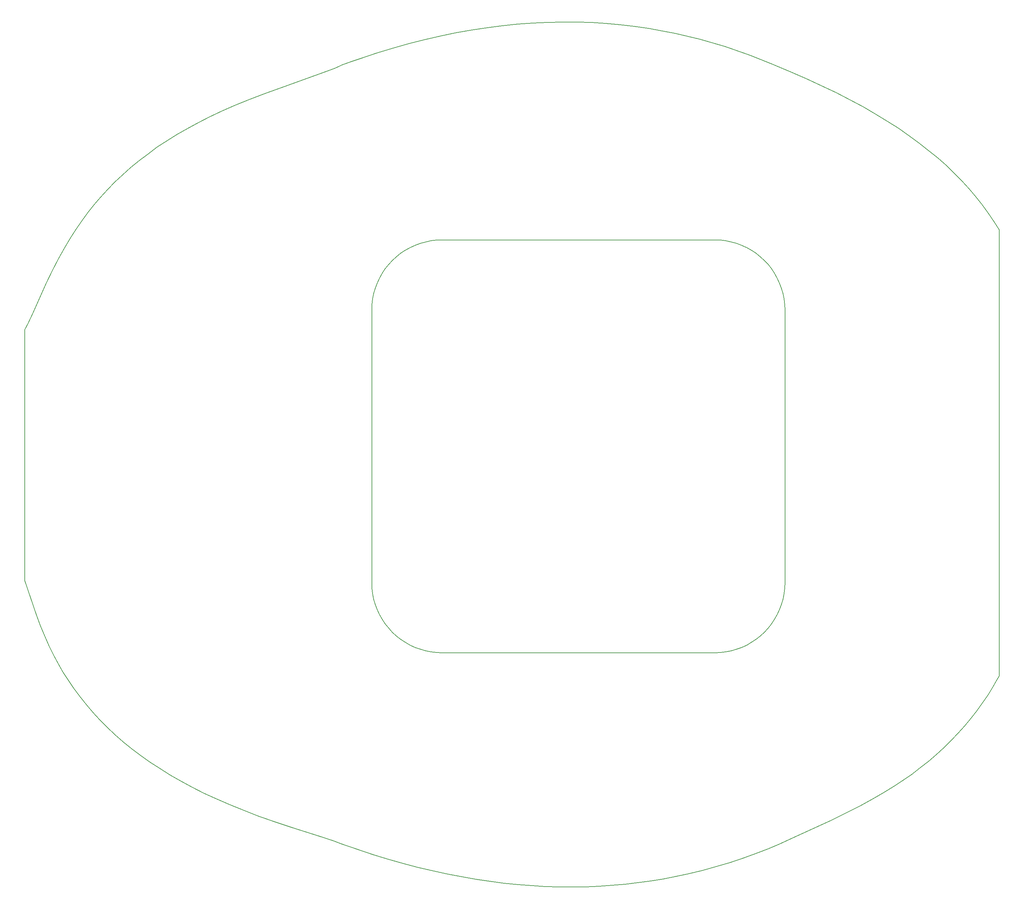
<source format=gko>
G04*
G04 #@! TF.GenerationSoftware,Altium Limited,Altium Designer,22.7.1 (60)*
G04*
G04 Layer_Color=16711935*
%FSLAX43Y43*%
%MOMM*%
G71*
G04*
G04 #@! TF.SameCoordinates,26706279-76B3-4EFB-AC1E-C542CE9A8173*
G04*
G04*
G04 #@! TF.FilePolarity,Positive*
G04*
G01*
G75*
%ADD10C,0.200*%
D10*
X538159Y597847D02*
X539500Y595686D01*
X536761Y599918D02*
X538159Y597847D01*
X535223Y602025D02*
X536761Y599918D01*
X533581Y604104D02*
X535223Y602025D01*
X531834Y606157D02*
X533581Y604104D01*
X529978Y608188D02*
X531834Y606157D01*
X528013Y610191D02*
X529978Y608188D01*
X525939Y612165D02*
X528013Y610191D01*
X523741Y614120D02*
X525939Y612165D01*
X521417Y616057D02*
X523741Y614120D01*
X518975Y617965D02*
X521417Y616057D01*
X516393Y619858D02*
X518975Y617965D01*
X513672Y621732D02*
X516393Y619858D01*
X510809Y623584D02*
X513672Y621732D01*
X507779Y625430D02*
X510809Y623584D01*
X504596Y627254D02*
X507779Y625430D01*
X501224Y629077D02*
X504596Y627254D01*
X497672Y630888D02*
X501224Y629077D01*
X493899Y632706D02*
X497672Y630888D01*
X489885Y634537D02*
X493899Y632706D01*
X485602Y636396D02*
X489885Y634537D01*
X481761Y638000D02*
X485602Y636396D01*
X478616Y639312D02*
X481761Y638000D01*
X475455Y640542D02*
X478616Y639312D01*
X472294Y641684D02*
X475455Y640542D01*
X469123Y642741D02*
X472294Y641684D01*
X465942Y643715D02*
X469123Y642741D01*
X462751Y644607D02*
X465942Y643715D01*
X459547Y645416D02*
X462751Y644607D01*
X456330Y646144D02*
X459547Y645416D01*
X453100Y646790D02*
X456330Y646144D01*
X449493Y647414D02*
X453100Y646790D01*
X445867Y647937D02*
X449493Y647414D01*
X442219Y648362D02*
X445867Y647937D01*
X438549Y648686D02*
X442219Y648362D01*
X434855Y648910D02*
X438549Y648686D01*
X431135Y649034D02*
X434855Y648910D01*
X427389Y649058D02*
X431135Y649034D01*
X423613Y648979D02*
X427389Y649058D01*
X419808Y648798D02*
X423613Y648979D01*
X415972Y648514D02*
X419808Y648798D01*
X412102Y648126D02*
X415972Y648514D01*
X408197Y647631D02*
X412102Y648126D01*
X404257Y647029D02*
X408197Y647631D01*
X400279Y646319D02*
X404257Y647029D01*
X396261Y645498D02*
X400279Y646319D01*
X392203Y644565D02*
X396261Y645498D01*
X388102Y643517D02*
X392203Y644565D01*
X383958Y642354D02*
X388102Y643517D01*
X379768Y641071D02*
X383958Y642354D01*
X375532Y639668D02*
X379768Y641071D01*
X373202Y638851D02*
X375532Y639668D01*
X370865Y638000D02*
X373202Y638851D01*
X370342Y637746D02*
X370865Y638000D01*
X369087Y637202D02*
X370342Y637746D01*
X366541Y636209D02*
X369087Y637202D01*
X355493Y632296D02*
X366541Y636209D01*
X351007Y630663D02*
X355493Y632296D01*
X347098Y629158D02*
X351007Y630663D01*
X343505Y627684D02*
X347098Y629158D01*
X340178Y626226D02*
X343505Y627684D01*
X337020Y624742D02*
X340178Y626226D01*
X334056Y623249D02*
X337020Y624742D01*
X331232Y621723D02*
X334056Y623249D01*
X328524Y620151D02*
X331232Y621723D01*
X325951Y618551D02*
X328524Y620151D01*
X323488Y616906D02*
X325951Y618551D01*
X321118Y615208D02*
X323488Y616906D01*
X318853Y613467D02*
X321118Y615208D01*
X316685Y611680D02*
X318853Y613467D01*
X314604Y609838D02*
X316685Y611680D01*
X312611Y607944D02*
X314604Y609838D01*
X310723Y606015D02*
X312611Y607944D01*
X308895Y604007D02*
X310723Y606015D01*
X307277Y602097D02*
X308895Y604007D01*
X305691Y600090D02*
X307277Y602097D01*
X304140Y597984D02*
X305691Y600090D01*
X302621Y595772D02*
X304140Y597984D01*
X301124Y593433D02*
X302621Y595772D01*
X299626Y590918D02*
X301124Y593433D01*
X298135Y588232D02*
X299626Y590918D01*
X296596Y585254D02*
X298135Y588232D01*
X295030Y582010D02*
X296596Y585254D01*
X291580Y574359D02*
X295030Y582010D01*
X290342Y571670D02*
X291580Y574359D01*
X289500Y570000D02*
X290342Y571670D01*
X289500Y505621D02*
Y570000D01*
Y505621D02*
X292431Y496888D01*
X293495Y494056D01*
X294621Y491316D01*
X295759Y488788D01*
X296937Y486391D01*
X298125Y484176D01*
X299348Y482080D01*
X300660Y479998D01*
X302004Y478020D01*
X303525Y475952D01*
X305154Y473902D01*
X306898Y471867D01*
X308728Y469883D01*
X310641Y467955D01*
X312644Y466076D01*
X314743Y464241D01*
X316950Y462443D01*
X319255Y460690D01*
X321657Y458987D01*
X324172Y457323D01*
X326806Y455697D01*
X329560Y454111D01*
X332473Y452545D01*
X335506Y451024D01*
X338662Y449550D01*
X341983Y448104D01*
X345549Y446654D01*
X349392Y445192D01*
X353499Y443728D01*
X358038Y442202D01*
X365040Y439954D01*
X368664Y438775D01*
X370865Y438000D01*
X374856Y436597D01*
X378826Y435289D01*
X382728Y434090D01*
X386588Y432990D01*
X390406Y431987D01*
X394184Y431079D01*
X397922Y430266D01*
X401623Y429544D01*
X405286Y428914D01*
X408914Y428373D01*
X412508Y427920D01*
X416068Y427554D01*
X419596Y427274D01*
X423093Y427079D01*
X426560Y426968D01*
X429998Y426940D01*
X433409Y426994D01*
X436793Y427130D01*
X440152Y427348D01*
X443486Y427646D01*
X446798Y428025D01*
X450087Y428484D01*
X453356Y429023D01*
X456605Y429642D01*
X459834Y430342D01*
X463402Y431213D01*
X466949Y432184D01*
X470476Y433255D01*
X473986Y434427D01*
X477478Y435700D01*
X480320Y436817D01*
X483147Y438000D01*
X486558Y439608D01*
X496378Y444099D01*
X500310Y445990D01*
X503837Y447786D01*
X506943Y449468D01*
X509753Y451092D01*
X512366Y452702D01*
X514819Y454315D01*
X517128Y455936D01*
X519321Y457581D01*
X521400Y459246D01*
X523374Y460937D01*
X525261Y462665D01*
X527237Y464604D01*
X528962Y466420D01*
X530630Y468295D01*
X532233Y470222D01*
X533759Y472185D01*
X535215Y474196D01*
X536598Y476249D01*
X537889Y478316D01*
X538706Y479714D01*
X539500Y481153D01*
Y595686D01*
X484532Y505083D02*
Y575083D01*
X484476Y503671D02*
X484532Y505083D01*
X484310Y502267D02*
X484476Y503671D01*
X484034Y500881D02*
X484310Y502267D01*
X483651Y499521D02*
X484034Y500881D01*
X483161Y498195D02*
X483651Y499521D01*
X482570Y496911D02*
X483161Y498195D01*
X481879Y495678D02*
X482570Y496911D01*
X481094Y494503D02*
X481879Y495678D01*
X480219Y493393D02*
X481094Y494503D01*
X479259Y492355D02*
X480219Y493393D01*
X478222Y491396D02*
X479259Y492355D01*
X477112Y490521D02*
X478222Y491396D01*
X475937Y489736D02*
X477112Y490521D01*
X474703Y489045D02*
X475937Y489736D01*
X473420Y488453D02*
X474703Y489045D01*
X472094Y487964D02*
X473420Y488453D01*
X470734Y487581D02*
X472094Y487964D01*
X469347Y487305D02*
X470734Y487581D01*
X467944Y487139D02*
X469347Y487305D01*
X466532Y487083D02*
X467944Y487139D01*
X396532Y487083D02*
X466532D01*
X395119Y487139D02*
X396532Y487083D01*
X393716Y487305D02*
X395119Y487139D01*
X392330Y487581D02*
X393716Y487305D01*
X390969Y487964D02*
X392330Y487581D01*
X389643Y488453D02*
X390969Y487964D01*
X388360Y489045D02*
X389643Y488453D01*
X387127Y489736D02*
X388360Y489045D01*
X385951Y490521D02*
X387127Y489736D01*
X384841Y491396D02*
X385951Y490521D01*
X383804Y492355D02*
X384841Y491396D01*
X382844Y493393D02*
X383804Y492355D01*
X381969Y494503D02*
X382844Y493393D01*
X381184Y495678D02*
X381969Y494503D01*
X380493Y496911D02*
X381184Y495678D01*
X379902Y498195D02*
X380493Y496911D01*
X379413Y499521D02*
X379902Y498195D01*
X379029Y500881D02*
X379413Y499521D01*
X378753Y502267D02*
X379029Y500881D01*
X378587Y503671D02*
X378753Y502267D01*
X378532Y505083D02*
X378587Y503671D01*
X378532Y505083D02*
Y575083D01*
X378587Y576495D01*
X378753Y577899D01*
X379029Y579285D01*
X379413Y580645D01*
X379902Y581971D01*
X380493Y583255D01*
X381184Y584488D01*
X381969Y585663D01*
X382844Y586773D01*
X383804Y587811D01*
X384841Y588770D01*
X385951Y589646D01*
X387127Y590431D01*
X388360Y591121D01*
X389643Y591713D01*
X390969Y592202D01*
X392330Y592586D01*
X393716Y592862D01*
X395119Y593028D01*
X396532Y593083D01*
X466532D01*
X467944Y593028D01*
X469347Y592862D01*
X470734Y592586D01*
X472094Y592202D01*
X473420Y591713D01*
X474703Y591121D01*
X475937Y590431D01*
X477112Y589646D01*
X478222Y588770D01*
X479259Y587811D01*
X480219Y586773D01*
X481094Y585663D01*
X481879Y584488D01*
X482570Y583255D01*
X483161Y581971D01*
X483651Y580645D01*
X484034Y579285D01*
X484310Y577899D01*
X484476Y576495D01*
X484532Y575083D01*
M02*

</source>
